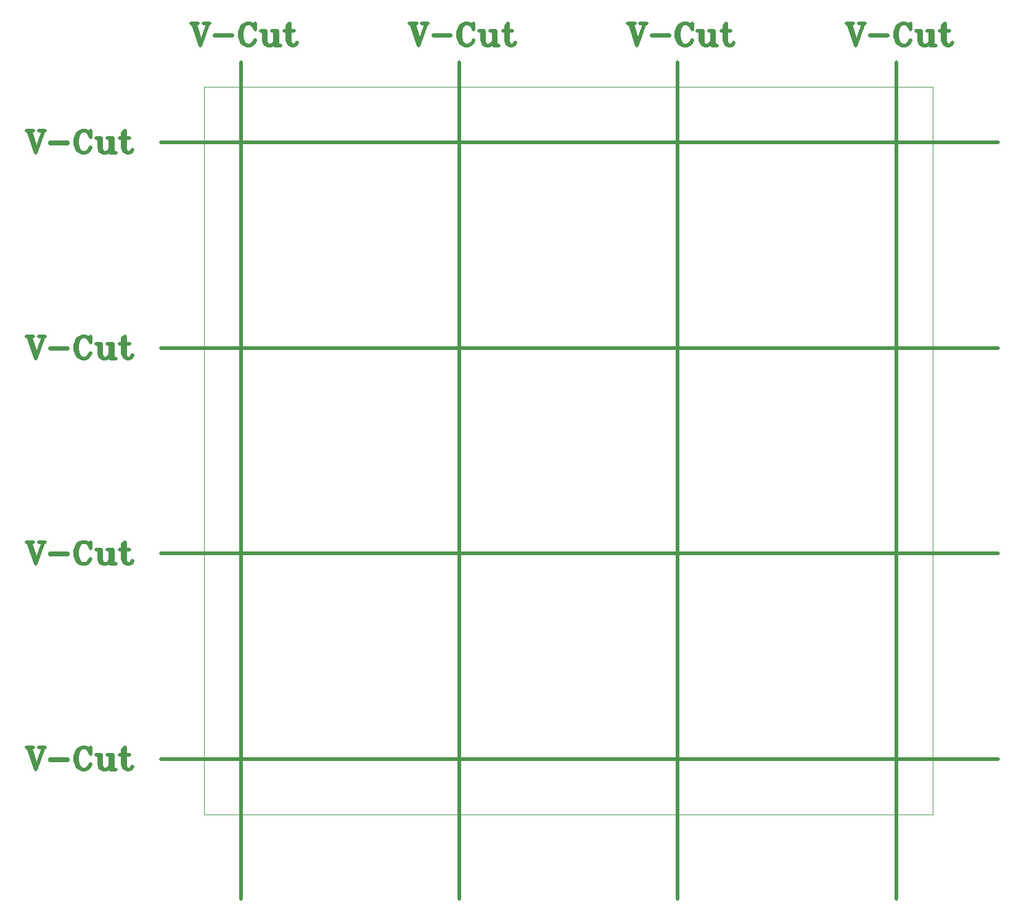
<source format=gko>
%FSLAX46Y46*%
%MOMM*%
%ADD10C,0.010000*%
%ADD11C,0.500000*%
G01*
%LPD*%
G01*
%LPD*%
D10*
X-5000000Y-7625000D02*
X-5000000Y92375000D01*
D10*
X-5000000Y92375000D02*
X95000000Y92375000D01*
D10*
X95000000Y92375000D02*
X95000000Y-7625000D01*
D10*
X95000000Y-7625000D02*
X-5000000Y-7625000D01*
D11*
X-28178572Y83321432D02*
X-29178572Y86321432D01*
D11*
X-28178572Y83750000D02*
X-29035714Y86321432D01*
D11*
X-28178572Y83321432D02*
X-28178572Y83750000D01*
D11*
X-28035714Y83750000D02*
X-28892856Y86321432D01*
D11*
X-28178572Y83321432D02*
X-27178572Y86178568D01*
D11*
X-28464286Y86321432D02*
X-29464284Y86321432D01*
D11*
X-26892856Y86321432D02*
X-27750000Y86321432D01*
D11*
X-29035714Y86035712D02*
X-29321428Y86321432D01*
D11*
X-28892856Y86035712D02*
X-28750000Y86321432D01*
D11*
X-28892856Y86178568D02*
X-28607144Y86321432D01*
D11*
X-27178572Y86178568D02*
X-27464286Y86321432D01*
D11*
X-27178572Y86178568D02*
X-27035714Y86321432D01*
D11*
X-23750000Y84750000D02*
X-26178572Y84750000D01*
D11*
X-23750000Y84607144D02*
X-23750000Y84750000D01*
D11*
X-26178572Y84607144D02*
X-26178572Y84750000D01*
D11*
X-23750000Y84607144D02*
X-26178572Y84607144D01*
D11*
X-20607144Y86321432D02*
X-20750000Y85892856D01*
D11*
X-20607144Y85464288D02*
X-20607144Y86321432D01*
D11*
X-20750000Y85892856D02*
X-20607144Y85464288D01*
D11*
X-21035714Y86178568D02*
X-20750000Y85892856D01*
D11*
X-21321428Y86321432D02*
X-21035714Y86178568D01*
D11*
X-21750000Y86321432D02*
X-21321428Y86321432D01*
D11*
X-22178572Y86178568D02*
X-21750000Y86321432D01*
D11*
X-22464286Y85892856D02*
X-22178572Y86178568D01*
D11*
X-22607142Y85607144D02*
X-22464286Y85892856D01*
D11*
X-22750000Y85178568D02*
X-22607142Y85607144D01*
D11*
X-22750000Y84464288D02*
X-22750000Y85178568D01*
D11*
X-22607142Y84035712D02*
X-22750000Y84464288D01*
D11*
X-22464286Y83750000D02*
X-22607142Y84035712D01*
D11*
X-22178572Y83464288D02*
X-22464286Y83750000D01*
D11*
X-21750000Y83321432D02*
X-22178572Y83464288D01*
D11*
X-21321428Y83321432D02*
X-21750000Y83321432D01*
D11*
X-21035714Y83464288D02*
X-21321428Y83321432D01*
D11*
X-20750000Y83750000D02*
X-21035714Y83464288D01*
D11*
X-20607144Y84035712D02*
X-20750000Y83750000D01*
D11*
X-22464286Y85607144D02*
X-22321428Y85892856D01*
D11*
X-22607142Y85178568D02*
X-22464286Y85607144D01*
D11*
X-22607142Y84464288D02*
X-22607142Y85178568D01*
D11*
X-22464286Y84035712D02*
X-22607142Y84464288D01*
D11*
X-22321428Y83750000D02*
X-22464286Y84035712D01*
D11*
X-22035714Y86178568D02*
X-21750000Y86321432D01*
D11*
X-22321428Y85750000D02*
X-22035714Y86178568D01*
D11*
X-22464286Y85178568D02*
X-22321428Y85750000D01*
D11*
X-22464286Y84464288D02*
X-22464286Y85178568D01*
D11*
X-22321428Y83892856D02*
X-22464286Y84464288D01*
D11*
X-22035714Y83464288D02*
X-22321428Y83892856D01*
D11*
X-21750000Y83321432D02*
X-22035714Y83464288D01*
D11*
X-19464286Y84035712D02*
X-19464286Y85321432D01*
D11*
X-19321428Y83607144D02*
X-19464286Y84035712D01*
D11*
X-19178572Y83464288D02*
X-19321428Y83607144D01*
D11*
X-18892856Y83321432D02*
X-19178572Y83464288D01*
D11*
X-18464286Y83321432D02*
X-18892856Y83321432D01*
D11*
X-18178572Y83464288D02*
X-18464286Y83321432D01*
D11*
X-18035714Y83607144D02*
X-18178572Y83464288D01*
D11*
X-17892856Y83892856D02*
X-18035714Y83607144D01*
D11*
X-19321428Y83892856D02*
X-19321428Y85178568D01*
D11*
X-19178572Y83607144D02*
X-19321428Y83892856D01*
D11*
X-19178572Y85321432D02*
X-19892856Y85321432D01*
D11*
X-19178572Y83892856D02*
X-19178572Y85321432D01*
D11*
X-19035714Y83464288D02*
X-19178572Y83892856D01*
D11*
X-18892856Y83321432D02*
X-19035714Y83464288D01*
D11*
X-17892856Y83321432D02*
X-17892856Y85321432D01*
D11*
X-17178572Y83321432D02*
X-17892856Y83321432D01*
D11*
X-17750000Y83464288D02*
X-17750000Y85178568D01*
D11*
X-17607142Y85321432D02*
X-18321428Y85321432D01*
D11*
X-17607142Y83321432D02*
X-17607142Y85321432D01*
D11*
X-19464286Y85178568D02*
X-19750000Y85321432D01*
D11*
X-19464286Y85035712D02*
X-19607144Y85321432D01*
D11*
X-17464286Y83321432D02*
X-17607142Y83607144D01*
D11*
X-17321428Y83321432D02*
X-17607142Y83464288D01*
D11*
X-16178571Y84035712D02*
X-16178571Y86035712D01*
D11*
X-16035714Y83607144D02*
X-16178571Y84035712D01*
D11*
X-15892857Y83464288D02*
X-16035714Y83607144D01*
D11*
X-15607143Y83321432D02*
X-15892857Y83464288D01*
D11*
X-15321429Y83321432D02*
X-15607143Y83321432D01*
D11*
X-15035714Y83464288D02*
X-15321429Y83321432D01*
D11*
X-14892857Y83750000D02*
X-15035714Y83464288D01*
D11*
X-16035714Y83892856D02*
X-16035714Y86035712D01*
D11*
X-15892857Y83607144D02*
X-16035714Y83892856D01*
D11*
X-15892857Y86321432D02*
X-16178571Y86035712D01*
D11*
X-15892857Y83892856D02*
X-15892857Y86321432D01*
D11*
X-15750000Y83464288D02*
X-15892857Y83892856D01*
D11*
X-15607143Y83321432D02*
X-15750000Y83464288D01*
D11*
X-15321429Y85321432D02*
X-16607143Y85321432D01*
D11*
X-28178572Y55071428D02*
X-29178572Y58071428D01*
D11*
X-28178572Y55500000D02*
X-29035714Y58071428D01*
D11*
X-28178572Y55071428D02*
X-28178572Y55500000D01*
D11*
X-28035714Y55500000D02*
X-28892856Y58071428D01*
D11*
X-28178572Y55071428D02*
X-27178572Y57928572D01*
D11*
X-28464286Y58071428D02*
X-29464284Y58071428D01*
D11*
X-26892856Y58071428D02*
X-27750000Y58071428D01*
D11*
X-29035714Y57785716D02*
X-29321428Y58071428D01*
D11*
X-28892856Y57785716D02*
X-28750000Y58071428D01*
D11*
X-28892856Y57928572D02*
X-28607144Y58071428D01*
D11*
X-27178572Y57928572D02*
X-27464286Y58071428D01*
D11*
X-27178572Y57928572D02*
X-27035714Y58071428D01*
D11*
X-23750000Y56500000D02*
X-26178572Y56500000D01*
D11*
X-23750000Y56357144D02*
X-23750000Y56500000D01*
D11*
X-26178572Y56357144D02*
X-26178572Y56500000D01*
D11*
X-23750000Y56357144D02*
X-26178572Y56357144D01*
D11*
X-20607144Y58071428D02*
X-20750000Y57642856D01*
D11*
X-20607144Y57214284D02*
X-20607144Y58071428D01*
D11*
X-20750000Y57642856D02*
X-20607144Y57214284D01*
D11*
X-21035714Y57928572D02*
X-20750000Y57642856D01*
D11*
X-21321428Y58071428D02*
X-21035714Y57928572D01*
D11*
X-21750000Y58071428D02*
X-21321428Y58071428D01*
D11*
X-22178572Y57928572D02*
X-21750000Y58071428D01*
D11*
X-22464286Y57642856D02*
X-22178572Y57928572D01*
D11*
X-22607142Y57357144D02*
X-22464286Y57642856D01*
D11*
X-22750000Y56928572D02*
X-22607142Y57357144D01*
D11*
X-22750000Y56214284D02*
X-22750000Y56928572D01*
D11*
X-22607142Y55785716D02*
X-22750000Y56214284D01*
D11*
X-22464286Y55500000D02*
X-22607142Y55785716D01*
D11*
X-22178572Y55214284D02*
X-22464286Y55500000D01*
D11*
X-21750000Y55071428D02*
X-22178572Y55214284D01*
D11*
X-21321428Y55071428D02*
X-21750000Y55071428D01*
D11*
X-21035714Y55214284D02*
X-21321428Y55071428D01*
D11*
X-20750000Y55500000D02*
X-21035714Y55214284D01*
D11*
X-20607144Y55785716D02*
X-20750000Y55500000D01*
D11*
X-22464286Y57357144D02*
X-22321428Y57642856D01*
D11*
X-22607142Y56928572D02*
X-22464286Y57357144D01*
D11*
X-22607142Y56214284D02*
X-22607142Y56928572D01*
D11*
X-22464286Y55785716D02*
X-22607142Y56214284D01*
D11*
X-22321428Y55500000D02*
X-22464286Y55785716D01*
D11*
X-22035714Y57928572D02*
X-21750000Y58071428D01*
D11*
X-22321428Y57500000D02*
X-22035714Y57928572D01*
D11*
X-22464286Y56928572D02*
X-22321428Y57500000D01*
D11*
X-22464286Y56214284D02*
X-22464286Y56928572D01*
D11*
X-22321428Y55642856D02*
X-22464286Y56214284D01*
D11*
X-22035714Y55214284D02*
X-22321428Y55642856D01*
D11*
X-21750000Y55071428D02*
X-22035714Y55214284D01*
D11*
X-19464286Y55785716D02*
X-19464286Y57071428D01*
D11*
X-19321428Y55357144D02*
X-19464286Y55785716D01*
D11*
X-19178572Y55214284D02*
X-19321428Y55357144D01*
D11*
X-18892856Y55071428D02*
X-19178572Y55214284D01*
D11*
X-18464286Y55071428D02*
X-18892856Y55071428D01*
D11*
X-18178572Y55214284D02*
X-18464286Y55071428D01*
D11*
X-18035714Y55357144D02*
X-18178572Y55214284D01*
D11*
X-17892856Y55642856D02*
X-18035714Y55357144D01*
D11*
X-19321428Y55642856D02*
X-19321428Y56928572D01*
D11*
X-19178572Y55357144D02*
X-19321428Y55642856D01*
D11*
X-19178572Y57071428D02*
X-19892856Y57071428D01*
D11*
X-19178572Y55642856D02*
X-19178572Y57071428D01*
D11*
X-19035714Y55214284D02*
X-19178572Y55642856D01*
D11*
X-18892856Y55071428D02*
X-19035714Y55214284D01*
D11*
X-17892856Y55071428D02*
X-17892856Y57071428D01*
D11*
X-17178572Y55071428D02*
X-17892856Y55071428D01*
D11*
X-17750000Y55214284D02*
X-17750000Y56928572D01*
D11*
X-17607142Y57071428D02*
X-18321428Y57071428D01*
D11*
X-17607142Y55071428D02*
X-17607142Y57071428D01*
D11*
X-19464286Y56928572D02*
X-19750000Y57071428D01*
D11*
X-19464286Y56785716D02*
X-19607144Y57071428D01*
D11*
X-17464286Y55071428D02*
X-17607142Y55357144D01*
D11*
X-17321428Y55071428D02*
X-17607142Y55214284D01*
D11*
X-16178571Y55785716D02*
X-16178571Y57785716D01*
D11*
X-16035714Y55357144D02*
X-16178571Y55785716D01*
D11*
X-15892857Y55214284D02*
X-16035714Y55357144D01*
D11*
X-15607143Y55071428D02*
X-15892857Y55214284D01*
D11*
X-15321429Y55071428D02*
X-15607143Y55071428D01*
D11*
X-15035714Y55214284D02*
X-15321429Y55071428D01*
D11*
X-14892857Y55500000D02*
X-15035714Y55214284D01*
D11*
X-16035714Y55642856D02*
X-16035714Y57785716D01*
D11*
X-15892857Y55357144D02*
X-16035714Y55642856D01*
D11*
X-15892857Y58071428D02*
X-16178571Y57785716D01*
D11*
X-15892857Y55642856D02*
X-15892857Y58071428D01*
D11*
X-15750000Y55214284D02*
X-15892857Y55642856D01*
D11*
X-15607143Y55071428D02*
X-15750000Y55214284D01*
D11*
X-15321429Y57071428D02*
X-16607143Y57071428D01*
D11*
X-5571428Y98071432D02*
X-6571428Y101071432D01*
D11*
X-5571428Y98500000D02*
X-6428571Y101071432D01*
D11*
X-5571428Y98071432D02*
X-5571428Y98500000D01*
D11*
X-5428571Y98500000D02*
X-6285714Y101071432D01*
D11*
X-5571428Y98071432D02*
X-4571428Y100928568D01*
D11*
X-5857143Y101071432D02*
X-6857143Y101071432D01*
D11*
X-4285714Y101071432D02*
X-5142857Y101071432D01*
D11*
X-6428571Y100785712D02*
X-6714285Y101071432D01*
D11*
X-6285714Y100785712D02*
X-6142857Y101071432D01*
D11*
X-6285714Y100928568D02*
X-6000000Y101071432D01*
D11*
X-4571428Y100928568D02*
X-4857143Y101071432D01*
D11*
X-4571428Y100928568D02*
X-4428571Y101071432D01*
D11*
X-1142857Y99500000D02*
X-3571428Y99500000D01*
D11*
X-1142857Y99357144D02*
X-1142857Y99500000D01*
D11*
X-3571428Y99357144D02*
X-3571428Y99500000D01*
D11*
X-1142857Y99357144D02*
X-3571428Y99357144D01*
D11*
X2000000Y101071432D02*
X1857143Y100642856D01*
D11*
X2000000Y100214288D02*
X2000000Y101071432D01*
D11*
X1857143Y100642856D02*
X2000000Y100214288D01*
D11*
X1571428Y100928568D02*
X1857143Y100642856D01*
D11*
X1285714Y101071432D02*
X1571428Y100928568D01*
D11*
X857142Y101071432D02*
X1285714Y101071432D01*
D11*
X428571Y100928568D02*
X857142Y101071432D01*
D11*
X142857Y100642856D02*
X428571Y100928568D01*
D11*
X0Y100357144D02*
X142857Y100642856D01*
D11*
X-142857Y99928568D02*
X0Y100357144D01*
D11*
X-142857Y99214288D02*
X-142857Y99928568D01*
D11*
X0Y98785712D02*
X-142857Y99214288D01*
D11*
X142857Y98500000D02*
X0Y98785712D01*
D11*
X428571Y98214288D02*
X142857Y98500000D01*
D11*
X857142Y98071432D02*
X428571Y98214288D01*
D11*
X1285714Y98071432D02*
X857142Y98071432D01*
D11*
X1571428Y98214288D02*
X1285714Y98071432D01*
D11*
X1857143Y98500000D02*
X1571428Y98214288D01*
D11*
X2000000Y98785712D02*
X1857143Y98500000D01*
D11*
X142857Y100357144D02*
X285714Y100642856D01*
D11*
X0Y99928568D02*
X142857Y100357144D01*
D11*
X0Y99214288D02*
X0Y99928568D01*
D11*
X142857Y98785712D02*
X0Y99214288D01*
D11*
X285714Y98500000D02*
X142857Y98785712D01*
D11*
X571428Y100928568D02*
X857142Y101071432D01*
D11*
X285714Y100500000D02*
X571428Y100928568D01*
D11*
X142857Y99928568D02*
X285714Y100500000D01*
D11*
X142857Y99214288D02*
X142857Y99928568D01*
D11*
X285714Y98642856D02*
X142857Y99214288D01*
D11*
X571428Y98214288D02*
X285714Y98642856D01*
D11*
X857142Y98071432D02*
X571428Y98214288D01*
D11*
X3142857Y98785712D02*
X3142857Y100071432D01*
D11*
X3285714Y98357144D02*
X3142857Y98785712D01*
D11*
X3428571Y98214288D02*
X3285714Y98357144D01*
D11*
X3714286Y98071432D02*
X3428571Y98214288D01*
D11*
X4142857Y98071432D02*
X3714286Y98071432D01*
D11*
X4428571Y98214288D02*
X4142857Y98071432D01*
D11*
X4571428Y98357144D02*
X4428571Y98214288D01*
D11*
X4714286Y98642856D02*
X4571428Y98357144D01*
D11*
X3285714Y98642856D02*
X3285714Y99928568D01*
D11*
X3428571Y98357144D02*
X3285714Y98642856D01*
D11*
X3428571Y100071432D02*
X2714286Y100071432D01*
D11*
X3428571Y98642856D02*
X3428571Y100071432D01*
D11*
X3571428Y98214288D02*
X3428571Y98642856D01*
D11*
X3714286Y98071432D02*
X3571428Y98214288D01*
D11*
X4714286Y98071432D02*
X4714286Y100071432D01*
D11*
X5428571Y98071432D02*
X4714286Y98071432D01*
D11*
X4857143Y98214288D02*
X4857143Y99928568D01*
D11*
X5000000Y100071432D02*
X4285714Y100071432D01*
D11*
X5000000Y98071432D02*
X5000000Y100071432D01*
D11*
X3142857Y99928568D02*
X2857143Y100071432D01*
D11*
X3142857Y99785712D02*
X3000000Y100071432D01*
D11*
X5142857Y98071432D02*
X5000000Y98357144D01*
D11*
X5285714Y98071432D02*
X5000000Y98214288D01*
D11*
X6428571Y98785712D02*
X6428571Y100785712D01*
D11*
X6571428Y98357144D02*
X6428571Y98785712D01*
D11*
X6714286Y98214288D02*
X6571428Y98357144D01*
D11*
X7000000Y98071432D02*
X6714286Y98214288D01*
D11*
X7285714Y98071432D02*
X7000000Y98071432D01*
D11*
X7571428Y98214288D02*
X7285714Y98071432D01*
D11*
X7714285Y98500000D02*
X7571428Y98214288D01*
D11*
X6571428Y98642856D02*
X6571428Y100785712D01*
D11*
X6714286Y98357144D02*
X6571428Y98642856D01*
D11*
X6714286Y101071432D02*
X6428571Y100785712D01*
D11*
X6714286Y98642856D02*
X6714286Y101071432D01*
D11*
X6857143Y98214288D02*
X6714286Y98642856D01*
D11*
X7000000Y98071432D02*
X6857143Y98214288D01*
D11*
X7285714Y100071432D02*
X6000000Y100071432D01*
D11*
X24428572Y98071432D02*
X23428572Y101071432D01*
D11*
X24428572Y98500000D02*
X23571428Y101071432D01*
D11*
X24428572Y98071432D02*
X24428572Y98500000D01*
D11*
X24571428Y98500000D02*
X23714286Y101071432D01*
D11*
X24428572Y98071432D02*
X25428572Y100928568D01*
D11*
X24142858Y101071432D02*
X23142858Y101071432D01*
D11*
X25714286Y101071432D02*
X24857142Y101071432D01*
D11*
X23571428Y100785712D02*
X23285714Y101071432D01*
D11*
X23714286Y100785712D02*
X23857142Y101071432D01*
D11*
X23714286Y100928568D02*
X24000000Y101071432D01*
D11*
X25428572Y100928568D02*
X25142856Y101071432D01*
D11*
X25428572Y100928568D02*
X25571428Y101071432D01*
D11*
X28857144Y99500000D02*
X26428572Y99500000D01*
D11*
X28857144Y99357144D02*
X28857144Y99500000D01*
D11*
X26428572Y99357144D02*
X26428572Y99500000D01*
D11*
X28857144Y99357144D02*
X26428572Y99357144D01*
D11*
X32000000Y101071432D02*
X31857144Y100642856D01*
D11*
X32000000Y100214288D02*
X32000000Y101071432D01*
D11*
X31857144Y100642856D02*
X32000000Y100214288D01*
D11*
X31571428Y100928568D02*
X31857144Y100642856D01*
D11*
X31285714Y101071432D02*
X31571428Y100928568D01*
D11*
X30857142Y101071432D02*
X31285714Y101071432D01*
D11*
X30428572Y100928568D02*
X30857142Y101071432D01*
D11*
X30142856Y100642856D02*
X30428572Y100928568D01*
D11*
X30000000Y100357144D02*
X30142856Y100642856D01*
D11*
X29857144Y99928568D02*
X30000000Y100357144D01*
D11*
X29857144Y99214288D02*
X29857144Y99928568D01*
D11*
X30000000Y98785712D02*
X29857144Y99214288D01*
D11*
X30142856Y98500000D02*
X30000000Y98785712D01*
D11*
X30428572Y98214288D02*
X30142856Y98500000D01*
D11*
X30857142Y98071432D02*
X30428572Y98214288D01*
D11*
X31285714Y98071432D02*
X30857142Y98071432D01*
D11*
X31571428Y98214288D02*
X31285714Y98071432D01*
D11*
X31857144Y98500000D02*
X31571428Y98214288D01*
D11*
X32000000Y98785712D02*
X31857144Y98500000D01*
D11*
X30142856Y100357144D02*
X30285714Y100642856D01*
D11*
X30000000Y99928568D02*
X30142856Y100357144D01*
D11*
X30000000Y99214288D02*
X30000000Y99928568D01*
D11*
X30142856Y98785712D02*
X30000000Y99214288D01*
D11*
X30285714Y98500000D02*
X30142856Y98785712D01*
D11*
X30571428Y100928568D02*
X30857142Y101071432D01*
D11*
X30285714Y100500000D02*
X30571428Y100928568D01*
D11*
X30142856Y99928568D02*
X30285714Y100500000D01*
D11*
X30142856Y99214288D02*
X30142856Y99928568D01*
D11*
X30285714Y98642856D02*
X30142856Y99214288D01*
D11*
X30571428Y98214288D02*
X30285714Y98642856D01*
D11*
X30857142Y98071432D02*
X30571428Y98214288D01*
D11*
X33142856Y98785712D02*
X33142856Y100071432D01*
D11*
X33285714Y98357144D02*
X33142856Y98785712D01*
D11*
X33428572Y98214288D02*
X33285714Y98357144D01*
D11*
X33714288Y98071432D02*
X33428572Y98214288D01*
D11*
X34142856Y98071432D02*
X33714288Y98071432D01*
D11*
X34428572Y98214288D02*
X34142856Y98071432D01*
D11*
X34571428Y98357144D02*
X34428572Y98214288D01*
D11*
X34714288Y98642856D02*
X34571428Y98357144D01*
D11*
X33285714Y98642856D02*
X33285714Y99928568D01*
D11*
X33428572Y98357144D02*
X33285714Y98642856D01*
D11*
X33428572Y100071432D02*
X32714286Y100071432D01*
D11*
X33428572Y98642856D02*
X33428572Y100071432D01*
D11*
X33571428Y98214288D02*
X33428572Y98642856D01*
D11*
X33714288Y98071432D02*
X33571428Y98214288D01*
D11*
X34714288Y98071432D02*
X34714288Y100071432D01*
D11*
X35428572Y98071432D02*
X34714288Y98071432D01*
D11*
X34857144Y98214288D02*
X34857144Y99928568D01*
D11*
X35000000Y100071432D02*
X34285712Y100071432D01*
D11*
X35000000Y98071432D02*
X35000000Y100071432D01*
D11*
X33142856Y99928568D02*
X32857144Y100071432D01*
D11*
X33142856Y99785712D02*
X33000000Y100071432D01*
D11*
X35142856Y98071432D02*
X35000000Y98357144D01*
D11*
X35285712Y98071432D02*
X35000000Y98214288D01*
D11*
X36428572Y98785712D02*
X36428572Y100785712D01*
D11*
X36571428Y98357144D02*
X36428572Y98785712D01*
D11*
X36714288Y98214288D02*
X36571428Y98357144D01*
D11*
X37000000Y98071432D02*
X36714288Y98214288D01*
D11*
X37285712Y98071432D02*
X37000000Y98071432D01*
D11*
X37571428Y98214288D02*
X37285712Y98071432D01*
D11*
X37714284Y98500000D02*
X37571428Y98214288D01*
D11*
X36571428Y98642856D02*
X36571428Y100785712D01*
D11*
X36714288Y98357144D02*
X36571428Y98642856D01*
D11*
X36714288Y101071432D02*
X36428572Y100785712D01*
D11*
X36714288Y98642856D02*
X36714288Y101071432D01*
D11*
X36857144Y98214288D02*
X36714288Y98642856D01*
D11*
X37000000Y98071432D02*
X36857144Y98214288D01*
D11*
X37285712Y100071432D02*
X36000000Y100071432D01*
D11*
X84428568Y98071432D02*
X83428568Y101071432D01*
D11*
X84428568Y98500000D02*
X83571432Y101071432D01*
D11*
X84428568Y98071432D02*
X84428568Y98500000D01*
D11*
X84571432Y98500000D02*
X83714288Y101071432D01*
D11*
X84428568Y98071432D02*
X85428568Y100928568D01*
D11*
X84142856Y101071432D02*
X83142856Y101071432D01*
D11*
X85714288Y101071432D02*
X84857144Y101071432D01*
D11*
X83571432Y100785712D02*
X83285712Y101071432D01*
D11*
X83714288Y100785712D02*
X83857144Y101071432D01*
D11*
X83714288Y100928568D02*
X84000000Y101071432D01*
D11*
X85428568Y100928568D02*
X85142856Y101071432D01*
D11*
X85428568Y100928568D02*
X85571432Y101071432D01*
D11*
X88857144Y99500000D02*
X86428568Y99500000D01*
D11*
X88857144Y99357144D02*
X88857144Y99500000D01*
D11*
X86428568Y99357144D02*
X86428568Y99500000D01*
D11*
X88857144Y99357144D02*
X86428568Y99357144D01*
D11*
X92000000Y101071432D02*
X91857144Y100642856D01*
D11*
X92000000Y100214288D02*
X92000000Y101071432D01*
D11*
X91857144Y100642856D02*
X92000000Y100214288D01*
D11*
X91571424Y100928568D02*
X91857144Y100642856D01*
D11*
X91285712Y101071432D02*
X91571424Y100928568D01*
D11*
X90857144Y101071432D02*
X91285712Y101071432D01*
D11*
X90428568Y100928568D02*
X90857144Y101071432D01*
D11*
X90142856Y100642856D02*
X90428568Y100928568D01*
D11*
X90000000Y100357144D02*
X90142856Y100642856D01*
D11*
X89857144Y99928568D02*
X90000000Y100357144D01*
D11*
X89857144Y99214288D02*
X89857144Y99928568D01*
D11*
X90000000Y98785712D02*
X89857144Y99214288D01*
D11*
X90142856Y98500000D02*
X90000000Y98785712D01*
D11*
X90428568Y98214288D02*
X90142856Y98500000D01*
D11*
X90857144Y98071432D02*
X90428568Y98214288D01*
D11*
X91285712Y98071432D02*
X90857144Y98071432D01*
D11*
X91571424Y98214288D02*
X91285712Y98071432D01*
D11*
X91857144Y98500000D02*
X91571424Y98214288D01*
D11*
X92000000Y98785712D02*
X91857144Y98500000D01*
D11*
X90142856Y100357144D02*
X90285712Y100642856D01*
D11*
X90000000Y99928568D02*
X90142856Y100357144D01*
D11*
X90000000Y99214288D02*
X90000000Y99928568D01*
D11*
X90142856Y98785712D02*
X90000000Y99214288D01*
D11*
X90285712Y98500000D02*
X90142856Y98785712D01*
D11*
X90571432Y100928568D02*
X90857144Y101071432D01*
D11*
X90285712Y100500000D02*
X90571432Y100928568D01*
D11*
X90142856Y99928568D02*
X90285712Y100500000D01*
D11*
X90142856Y99214288D02*
X90142856Y99928568D01*
D11*
X90285712Y98642856D02*
X90142856Y99214288D01*
D11*
X90571432Y98214288D02*
X90285712Y98642856D01*
D11*
X90857144Y98071432D02*
X90571432Y98214288D01*
D11*
X93142856Y98785712D02*
X93142856Y100071432D01*
D11*
X93285712Y98357144D02*
X93142856Y98785712D01*
D11*
X93428568Y98214288D02*
X93285712Y98357144D01*
D11*
X93714288Y98071432D02*
X93428568Y98214288D01*
D11*
X94142856Y98071432D02*
X93714288Y98071432D01*
D11*
X94428568Y98214288D02*
X94142856Y98071432D01*
D11*
X94571424Y98357144D02*
X94428568Y98214288D01*
D11*
X94714288Y98642856D02*
X94571424Y98357144D01*
D11*
X93285712Y98642856D02*
X93285712Y99928568D01*
D11*
X93428568Y98357144D02*
X93285712Y98642856D01*
D11*
X93428568Y100071432D02*
X92714288Y100071432D01*
D11*
X93428568Y98642856D02*
X93428568Y100071432D01*
D11*
X93571424Y98214288D02*
X93428568Y98642856D01*
D11*
X93714288Y98071432D02*
X93571424Y98214288D01*
D11*
X94714288Y98071432D02*
X94714288Y100071432D01*
D11*
X95428568Y98071432D02*
X94714288Y98071432D01*
D11*
X94857144Y98214288D02*
X94857144Y99928568D01*
D11*
X95000000Y100071432D02*
X94285712Y100071432D01*
D11*
X95000000Y98071432D02*
X95000000Y100071432D01*
D11*
X93142856Y99928568D02*
X92857144Y100071432D01*
D11*
X93142856Y99785712D02*
X93000000Y100071432D01*
D11*
X95142856Y98071432D02*
X95000000Y98357144D01*
D11*
X95285712Y98071432D02*
X95000000Y98214288D01*
D11*
X96428568Y98785712D02*
X96428568Y100785712D01*
D11*
X96571424Y98357144D02*
X96428568Y98785712D01*
D11*
X96714288Y98214288D02*
X96571424Y98357144D01*
D11*
X97000000Y98071432D02*
X96714288Y98214288D01*
D11*
X97285712Y98071432D02*
X97000000Y98071432D01*
D11*
X97571424Y98214288D02*
X97285712Y98071432D01*
D11*
X97714288Y98500000D02*
X97571424Y98214288D01*
D11*
X96571424Y98642856D02*
X96571424Y100785712D01*
D11*
X96714288Y98357144D02*
X96571424Y98642856D01*
D11*
X96714288Y101071432D02*
X96428568Y100785712D01*
D11*
X96714288Y98642856D02*
X96714288Y101071432D01*
D11*
X96857144Y98214288D02*
X96714288Y98642856D01*
D11*
X97000000Y98071432D02*
X96857144Y98214288D01*
D11*
X97285712Y100071432D02*
X96000000Y100071432D01*
D11*
X54428572Y98071432D02*
X53428572Y101071432D01*
D11*
X54428572Y98500000D02*
X53571428Y101071432D01*
D11*
X54428572Y98071432D02*
X54428572Y98500000D01*
D11*
X54571428Y98500000D02*
X53714284Y101071432D01*
D11*
X54428572Y98071432D02*
X55428572Y100928568D01*
D11*
X54142856Y101071432D02*
X53142856Y101071432D01*
D11*
X55714284Y101071432D02*
X54857144Y101071432D01*
D11*
X53571428Y100785712D02*
X53285716Y101071432D01*
D11*
X53714284Y100785712D02*
X53857144Y101071432D01*
D11*
X53714284Y100928568D02*
X54000000Y101071432D01*
D11*
X55428572Y100928568D02*
X55142856Y101071432D01*
D11*
X55428572Y100928568D02*
X55571428Y101071432D01*
D11*
X58857144Y99500000D02*
X56428572Y99500000D01*
D11*
X58857144Y99357144D02*
X58857144Y99500000D01*
D11*
X56428572Y99357144D02*
X56428572Y99500000D01*
D11*
X58857144Y99357144D02*
X56428572Y99357144D01*
D11*
X62000000Y101071432D02*
X61857144Y100642856D01*
D11*
X62000000Y100214288D02*
X62000000Y101071432D01*
D11*
X61857144Y100642856D02*
X62000000Y100214288D01*
D11*
X61571428Y100928568D02*
X61857144Y100642856D01*
D11*
X61285712Y101071432D02*
X61571428Y100928568D01*
D11*
X60857144Y101071432D02*
X61285712Y101071432D01*
D11*
X60428572Y100928568D02*
X60857144Y101071432D01*
D11*
X60142856Y100642856D02*
X60428572Y100928568D01*
D11*
X60000000Y100357144D02*
X60142856Y100642856D01*
D11*
X59857144Y99928568D02*
X60000000Y100357144D01*
D11*
X59857144Y99214288D02*
X59857144Y99928568D01*
D11*
X60000000Y98785712D02*
X59857144Y99214288D01*
D11*
X60142856Y98500000D02*
X60000000Y98785712D01*
D11*
X60428572Y98214288D02*
X60142856Y98500000D01*
D11*
X60857144Y98071432D02*
X60428572Y98214288D01*
D11*
X61285712Y98071432D02*
X60857144Y98071432D01*
D11*
X61571428Y98214288D02*
X61285712Y98071432D01*
D11*
X61857144Y98500000D02*
X61571428Y98214288D01*
D11*
X62000000Y98785712D02*
X61857144Y98500000D01*
D11*
X60142856Y100357144D02*
X60285712Y100642856D01*
D11*
X60000000Y99928568D02*
X60142856Y100357144D01*
D11*
X60000000Y99214288D02*
X60000000Y99928568D01*
D11*
X60142856Y98785712D02*
X60000000Y99214288D01*
D11*
X60285712Y98500000D02*
X60142856Y98785712D01*
D11*
X60571428Y100928568D02*
X60857144Y101071432D01*
D11*
X60285712Y100500000D02*
X60571428Y100928568D01*
D11*
X60142856Y99928568D02*
X60285712Y100500000D01*
D11*
X60142856Y99214288D02*
X60142856Y99928568D01*
D11*
X60285712Y98642856D02*
X60142856Y99214288D01*
D11*
X60571428Y98214288D02*
X60285712Y98642856D01*
D11*
X60857144Y98071432D02*
X60571428Y98214288D01*
D11*
X63142856Y98785712D02*
X63142856Y100071432D01*
D11*
X63285712Y98357144D02*
X63142856Y98785712D01*
D11*
X63428572Y98214288D02*
X63285712Y98357144D01*
D11*
X63714288Y98071432D02*
X63428572Y98214288D01*
D11*
X64142856Y98071432D02*
X63714288Y98071432D01*
D11*
X64428572Y98214288D02*
X64142856Y98071432D01*
D11*
X64571428Y98357144D02*
X64428572Y98214288D01*
D11*
X64714288Y98642856D02*
X64571428Y98357144D01*
D11*
X63285712Y98642856D02*
X63285712Y99928568D01*
D11*
X63428572Y98357144D02*
X63285712Y98642856D01*
D11*
X63428572Y100071432D02*
X62714288Y100071432D01*
D11*
X63428572Y98642856D02*
X63428572Y100071432D01*
D11*
X63571428Y98214288D02*
X63428572Y98642856D01*
D11*
X63714288Y98071432D02*
X63571428Y98214288D01*
D11*
X64714288Y98071432D02*
X64714288Y100071432D01*
D11*
X65428572Y98071432D02*
X64714288Y98071432D01*
D11*
X64857144Y98214288D02*
X64857144Y99928568D01*
D11*
X65000000Y100071432D02*
X64285712Y100071432D01*
D11*
X65000000Y98071432D02*
X65000000Y100071432D01*
D11*
X63142856Y99928568D02*
X62857144Y100071432D01*
D11*
X63142856Y99785712D02*
X63000000Y100071432D01*
D11*
X65142856Y98071432D02*
X65000000Y98357144D01*
D11*
X65285712Y98071432D02*
X65000000Y98214288D01*
D11*
X66428572Y98785712D02*
X66428572Y100785712D01*
D11*
X66571428Y98357144D02*
X66428572Y98785712D01*
D11*
X66714288Y98214288D02*
X66571428Y98357144D01*
D11*
X67000000Y98071432D02*
X66714288Y98214288D01*
D11*
X67285712Y98071432D02*
X67000000Y98071432D01*
D11*
X67571424Y98214288D02*
X67285712Y98071432D01*
D11*
X67714288Y98500000D02*
X67571424Y98214288D01*
D11*
X66571428Y98642856D02*
X66571428Y100785712D01*
D11*
X66714288Y98357144D02*
X66571428Y98642856D01*
D11*
X66714288Y101071432D02*
X66428572Y100785712D01*
D11*
X66714288Y98642856D02*
X66714288Y101071432D01*
D11*
X66857144Y98214288D02*
X66714288Y98642856D01*
D11*
X67000000Y98071432D02*
X66857144Y98214288D01*
D11*
X67285712Y100071432D02*
X66000000Y100071432D01*
D11*
X-28178572Y26821428D02*
X-29178572Y29821428D01*
D11*
X-28178572Y27250000D02*
X-29035714Y29821428D01*
D11*
X-28178572Y26821428D02*
X-28178572Y27250000D01*
D11*
X-28035714Y27250000D02*
X-28892856Y29821428D01*
D11*
X-28178572Y26821428D02*
X-27178572Y29678572D01*
D11*
X-28464286Y29821428D02*
X-29464284Y29821428D01*
D11*
X-26892856Y29821428D02*
X-27750000Y29821428D01*
D11*
X-29035714Y29535714D02*
X-29321428Y29821428D01*
D11*
X-28892856Y29535714D02*
X-28750000Y29821428D01*
D11*
X-28892856Y29678572D02*
X-28607144Y29821428D01*
D11*
X-27178572Y29678572D02*
X-27464286Y29821428D01*
D11*
X-27178572Y29678572D02*
X-27035714Y29821428D01*
D11*
X-23750000Y28250000D02*
X-26178572Y28250000D01*
D11*
X-23750000Y28107142D02*
X-23750000Y28250000D01*
D11*
X-26178572Y28107142D02*
X-26178572Y28250000D01*
D11*
X-23750000Y28107142D02*
X-26178572Y28107142D01*
D11*
X-20607144Y29821428D02*
X-20750000Y29392858D01*
D11*
X-20607144Y28964286D02*
X-20607144Y29821428D01*
D11*
X-20750000Y29392858D02*
X-20607144Y28964286D01*
D11*
X-21035714Y29678572D02*
X-20750000Y29392858D01*
D11*
X-21321428Y29821428D02*
X-21035714Y29678572D01*
D11*
X-21750000Y29821428D02*
X-21321428Y29821428D01*
D11*
X-22178572Y29678572D02*
X-21750000Y29821428D01*
D11*
X-22464286Y29392858D02*
X-22178572Y29678572D01*
D11*
X-22607142Y29107142D02*
X-22464286Y29392858D01*
D11*
X-22750000Y28678572D02*
X-22607142Y29107142D01*
D11*
X-22750000Y27964286D02*
X-22750000Y28678572D01*
D11*
X-22607142Y27535714D02*
X-22750000Y27964286D01*
D11*
X-22464286Y27250000D02*
X-22607142Y27535714D01*
D11*
X-22178572Y26964286D02*
X-22464286Y27250000D01*
D11*
X-21750000Y26821428D02*
X-22178572Y26964286D01*
D11*
X-21321428Y26821428D02*
X-21750000Y26821428D01*
D11*
X-21035714Y26964286D02*
X-21321428Y26821428D01*
D11*
X-20750000Y27250000D02*
X-21035714Y26964286D01*
D11*
X-20607144Y27535714D02*
X-20750000Y27250000D01*
D11*
X-22464286Y29107142D02*
X-22321428Y29392858D01*
D11*
X-22607142Y28678572D02*
X-22464286Y29107142D01*
D11*
X-22607142Y27964286D02*
X-22607142Y28678572D01*
D11*
X-22464286Y27535714D02*
X-22607142Y27964286D01*
D11*
X-22321428Y27250000D02*
X-22464286Y27535714D01*
D11*
X-22035714Y29678572D02*
X-21750000Y29821428D01*
D11*
X-22321428Y29250000D02*
X-22035714Y29678572D01*
D11*
X-22464286Y28678572D02*
X-22321428Y29250000D01*
D11*
X-22464286Y27964286D02*
X-22464286Y28678572D01*
D11*
X-22321428Y27392858D02*
X-22464286Y27964286D01*
D11*
X-22035714Y26964286D02*
X-22321428Y27392858D01*
D11*
X-21750000Y26821428D02*
X-22035714Y26964286D01*
D11*
X-19464286Y27535714D02*
X-19464286Y28821428D01*
D11*
X-19321428Y27107142D02*
X-19464286Y27535714D01*
D11*
X-19178572Y26964286D02*
X-19321428Y27107142D01*
D11*
X-18892856Y26821428D02*
X-19178572Y26964286D01*
D11*
X-18464286Y26821428D02*
X-18892856Y26821428D01*
D11*
X-18178572Y26964286D02*
X-18464286Y26821428D01*
D11*
X-18035714Y27107142D02*
X-18178572Y26964286D01*
D11*
X-17892856Y27392858D02*
X-18035714Y27107142D01*
D11*
X-19321428Y27392858D02*
X-19321428Y28678572D01*
D11*
X-19178572Y27107142D02*
X-19321428Y27392858D01*
D11*
X-19178572Y28821428D02*
X-19892856Y28821428D01*
D11*
X-19178572Y27392858D02*
X-19178572Y28821428D01*
D11*
X-19035714Y26964286D02*
X-19178572Y27392858D01*
D11*
X-18892856Y26821428D02*
X-19035714Y26964286D01*
D11*
X-17892856Y26821428D02*
X-17892856Y28821428D01*
D11*
X-17178572Y26821428D02*
X-17892856Y26821428D01*
D11*
X-17750000Y26964286D02*
X-17750000Y28678572D01*
D11*
X-17607142Y28821428D02*
X-18321428Y28821428D01*
D11*
X-17607142Y26821428D02*
X-17607142Y28821428D01*
D11*
X-19464286Y28678572D02*
X-19750000Y28821428D01*
D11*
X-19464286Y28535714D02*
X-19607144Y28821428D01*
D11*
X-17464286Y26821428D02*
X-17607142Y27107142D01*
D11*
X-17321428Y26821428D02*
X-17607142Y26964286D01*
D11*
X-16178571Y27535714D02*
X-16178571Y29535714D01*
D11*
X-16035714Y27107142D02*
X-16178571Y27535714D01*
D11*
X-15892857Y26964286D02*
X-16035714Y27107142D01*
D11*
X-15607143Y26821428D02*
X-15892857Y26964286D01*
D11*
X-15321429Y26821428D02*
X-15607143Y26821428D01*
D11*
X-15035714Y26964286D02*
X-15321429Y26821428D01*
D11*
X-14892857Y27250000D02*
X-15035714Y26964286D01*
D11*
X-16035714Y27392858D02*
X-16035714Y29535714D01*
D11*
X-15892857Y27107142D02*
X-16035714Y27392858D01*
D11*
X-15892857Y29821428D02*
X-16178571Y29535714D01*
D11*
X-15892857Y27392858D02*
X-15892857Y29821428D01*
D11*
X-15750000Y26964286D02*
X-15892857Y27392858D01*
D11*
X-15607143Y26821428D02*
X-15750000Y26964286D01*
D11*
X-15321429Y28821428D02*
X-16607143Y28821428D01*
D11*
X-28178572Y-1428571D02*
X-29178572Y1571428D01*
D11*
X-28178572Y-1000000D02*
X-29035714Y1571428D01*
D11*
X-28178572Y-1428571D02*
X-28178572Y-1000000D01*
D11*
X-28035714Y-1000000D02*
X-28892856Y1571428D01*
D11*
X-28178572Y-1428571D02*
X-27178572Y1428571D01*
D11*
X-28464286Y1571428D02*
X-29464284Y1571428D01*
D11*
X-26892856Y1571428D02*
X-27750000Y1571428D01*
D11*
X-29035714Y1285714D02*
X-29321428Y1571428D01*
D11*
X-28892856Y1285714D02*
X-28750000Y1571428D01*
D11*
X-28892856Y1428571D02*
X-28607144Y1571428D01*
D11*
X-27178572Y1428571D02*
X-27464286Y1571428D01*
D11*
X-27178572Y1428571D02*
X-27035714Y1571428D01*
D11*
X-23750000Y0D02*
X-26178572Y0D01*
D11*
X-23750000Y-142857D02*
X-23750000Y0D01*
D11*
X-26178572Y-142857D02*
X-26178572Y0D01*
D11*
X-23750000Y-142857D02*
X-26178572Y-142857D01*
D11*
X-20607144Y1571428D02*
X-20750000Y1142857D01*
D11*
X-20607144Y714285D02*
X-20607144Y1571428D01*
D11*
X-20750000Y1142857D02*
X-20607144Y714285D01*
D11*
X-21035714Y1428571D02*
X-20750000Y1142857D01*
D11*
X-21321428Y1571428D02*
X-21035714Y1428571D01*
D11*
X-21750000Y1571428D02*
X-21321428Y1571428D01*
D11*
X-22178572Y1428571D02*
X-21750000Y1571428D01*
D11*
X-22464286Y1142857D02*
X-22178572Y1428571D01*
D11*
X-22607142Y857142D02*
X-22464286Y1142857D01*
D11*
X-22750000Y428571D02*
X-22607142Y857142D01*
D11*
X-22750000Y-285714D02*
X-22750000Y428571D01*
D11*
X-22607142Y-714285D02*
X-22750000Y-285714D01*
D11*
X-22464286Y-1000000D02*
X-22607142Y-714285D01*
D11*
X-22178572Y-1285714D02*
X-22464286Y-1000000D01*
D11*
X-21750000Y-1428571D02*
X-22178572Y-1285714D01*
D11*
X-21321428Y-1428571D02*
X-21750000Y-1428571D01*
D11*
X-21035714Y-1285714D02*
X-21321428Y-1428571D01*
D11*
X-20750000Y-1000000D02*
X-21035714Y-1285714D01*
D11*
X-20607144Y-714285D02*
X-20750000Y-1000000D01*
D11*
X-22464286Y857142D02*
X-22321428Y1142857D01*
D11*
X-22607142Y428571D02*
X-22464286Y857142D01*
D11*
X-22607142Y-285714D02*
X-22607142Y428571D01*
D11*
X-22464286Y-714285D02*
X-22607142Y-285714D01*
D11*
X-22321428Y-1000000D02*
X-22464286Y-714285D01*
D11*
X-22035714Y1428571D02*
X-21750000Y1571428D01*
D11*
X-22321428Y1000000D02*
X-22035714Y1428571D01*
D11*
X-22464286Y428571D02*
X-22321428Y1000000D01*
D11*
X-22464286Y-285714D02*
X-22464286Y428571D01*
D11*
X-22321428Y-857142D02*
X-22464286Y-285714D01*
D11*
X-22035714Y-1285714D02*
X-22321428Y-857142D01*
D11*
X-21750000Y-1428571D02*
X-22035714Y-1285714D01*
D11*
X-19464286Y-714285D02*
X-19464286Y571428D01*
D11*
X-19321428Y-1142857D02*
X-19464286Y-714285D01*
D11*
X-19178572Y-1285714D02*
X-19321428Y-1142857D01*
D11*
X-18892856Y-1428571D02*
X-19178572Y-1285714D01*
D11*
X-18464286Y-1428571D02*
X-18892856Y-1428571D01*
D11*
X-18178572Y-1285714D02*
X-18464286Y-1428571D01*
D11*
X-18035714Y-1142857D02*
X-18178572Y-1285714D01*
D11*
X-17892856Y-857142D02*
X-18035714Y-1142857D01*
D11*
X-19321428Y-857142D02*
X-19321428Y428571D01*
D11*
X-19178572Y-1142857D02*
X-19321428Y-857142D01*
D11*
X-19178572Y571428D02*
X-19892856Y571428D01*
D11*
X-19178572Y-857142D02*
X-19178572Y571428D01*
D11*
X-19035714Y-1285714D02*
X-19178572Y-857142D01*
D11*
X-18892856Y-1428571D02*
X-19035714Y-1285714D01*
D11*
X-17892856Y-1428571D02*
X-17892856Y571428D01*
D11*
X-17178572Y-1428571D02*
X-17892856Y-1428571D01*
D11*
X-17750000Y-1285714D02*
X-17750000Y428571D01*
D11*
X-17607142Y571428D02*
X-18321428Y571428D01*
D11*
X-17607142Y-1428571D02*
X-17607142Y571428D01*
D11*
X-19464286Y428571D02*
X-19750000Y571428D01*
D11*
X-19464286Y285714D02*
X-19607144Y571428D01*
D11*
X-17464286Y-1428571D02*
X-17607142Y-1142857D01*
D11*
X-17321428Y-1428571D02*
X-17607142Y-1285714D01*
D11*
X-16178571Y-714285D02*
X-16178571Y1285714D01*
D11*
X-16035714Y-1142857D02*
X-16178571Y-714285D01*
D11*
X-15892857Y-1285714D02*
X-16035714Y-1142857D01*
D11*
X-15607143Y-1428571D02*
X-15892857Y-1285714D01*
D11*
X-15321429Y-1428571D02*
X-15607143Y-1428571D01*
D11*
X-15035714Y-1285714D02*
X-15321429Y-1428571D01*
D11*
X-14892857Y-1000000D02*
X-15035714Y-1285714D01*
D11*
X-16035714Y-857142D02*
X-16035714Y1285714D01*
D11*
X-15892857Y-1142857D02*
X-16035714Y-857142D01*
D11*
X-15892857Y1571428D02*
X-16178571Y1285714D01*
D11*
X-15892857Y-857142D02*
X-15892857Y1571428D01*
D11*
X-15750000Y-1285714D02*
X-15892857Y-857142D01*
D11*
X-15607143Y-1428571D02*
X-15750000Y-1285714D01*
D11*
X-15321429Y571428D02*
X-16607143Y571428D01*
D11*
X-11000000Y0D02*
X104000000Y0D01*
D11*
X0Y95750000D02*
X0Y-19250000D01*
D11*
X-11000000Y28250000D02*
X104000000Y28250000D01*
D11*
X30000000Y95750000D02*
X30000000Y-19250000D01*
D11*
X90000000Y95750000D02*
X90000000Y-19250000D01*
D11*
X-11000000Y84750000D02*
X104000000Y84750000D01*
D11*
X-11000000Y56500000D02*
X104000000Y56500000D01*
D11*
X60000000Y95750000D02*
X60000000Y-19250000D01*
G75*
M02*

</source>
